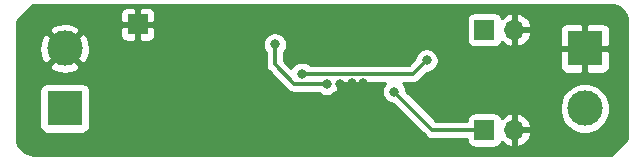
<source format=gbl>
G04 #@! TF.GenerationSoftware,KiCad,Pcbnew,5.1.5-52549c5~84~ubuntu18.04.1*
G04 #@! TF.CreationDate,2020-03-07T05:05:02+05:30*
G04 #@! TF.ProjectId,tps92515_led_driver,74707339-3235-4313-955f-6c65645f6472,rev?*
G04 #@! TF.SameCoordinates,Original*
G04 #@! TF.FileFunction,Copper,L2,Bot*
G04 #@! TF.FilePolarity,Positive*
%FSLAX46Y46*%
G04 Gerber Fmt 4.6, Leading zero omitted, Abs format (unit mm)*
G04 Created by KiCad (PCBNEW 5.1.5-52549c5~84~ubuntu18.04.1) date 2020-03-07 05:05:02*
%MOMM*%
%LPD*%
G04 APERTURE LIST*
%ADD10R,1.700000X1.700000*%
%ADD11O,1.700000X1.700000*%
%ADD12R,1.600000X1.800000*%
%ADD13C,0.500000*%
%ADD14C,3.000000*%
%ADD15R,3.000000X3.000000*%
%ADD16C,0.800000*%
%ADD17C,0.300000*%
%ADD18C,0.254000*%
G04 APERTURE END LIST*
D10*
X118900000Y-80300000D03*
D11*
X150790000Y-80750000D03*
D10*
X148250000Y-80750000D03*
D11*
X150790000Y-89250000D03*
D10*
X148250000Y-89250000D03*
D12*
X137050000Y-87000000D03*
D13*
X137600000Y-87650000D03*
X136500000Y-87650000D03*
X137600000Y-86350000D03*
X136500000Y-86350000D03*
D14*
X112700000Y-82345000D03*
D15*
X112700000Y-87425000D03*
D14*
X156750000Y-87425000D03*
D15*
X156750000Y-82345000D03*
D16*
X136000000Y-89000000D03*
X137000000Y-89000000D03*
X138000000Y-89000000D03*
X136007082Y-85349977D03*
X138000000Y-85250010D03*
X137037174Y-85311522D03*
X130500000Y-82000000D03*
X134893933Y-85342473D03*
X143350000Y-83350000D03*
X132800000Y-84500000D03*
X140600000Y-86000000D03*
D17*
X137938488Y-85311522D02*
X138000000Y-85250010D01*
X136998719Y-85349977D02*
X137037174Y-85311522D01*
X134328248Y-85342473D02*
X134893933Y-85342473D01*
X132142473Y-85342473D02*
X134328248Y-85342473D01*
X130500000Y-82000000D02*
X130500000Y-83700000D01*
X130500000Y-83700000D02*
X132142473Y-85342473D01*
X142200000Y-84500000D02*
X143350000Y-83350000D01*
X132800000Y-84500000D02*
X142200000Y-84500000D01*
X143850000Y-89250000D02*
X148250000Y-89250000D01*
X140600000Y-86000000D02*
X143850000Y-89250000D01*
D18*
G36*
X159259659Y-78688625D02*
G01*
X159509429Y-78764035D01*
X159669587Y-78849193D01*
X160150009Y-79329615D01*
X160232378Y-79481954D01*
X160309531Y-79731195D01*
X160340000Y-80021089D01*
X160340001Y-89967711D01*
X160339221Y-89975665D01*
X160328131Y-89992263D01*
X158992263Y-91328131D01*
X158974500Y-91340000D01*
X110032279Y-91340000D01*
X109740340Y-91311375D01*
X109490571Y-91235965D01*
X109330413Y-91150807D01*
X108849992Y-90670386D01*
X108767622Y-90518046D01*
X108690469Y-90268805D01*
X108660000Y-89978911D01*
X108660000Y-85925000D01*
X110561928Y-85925000D01*
X110561928Y-88925000D01*
X110574188Y-89049482D01*
X110610498Y-89169180D01*
X110669463Y-89279494D01*
X110748815Y-89376185D01*
X110845506Y-89455537D01*
X110955820Y-89514502D01*
X111075518Y-89550812D01*
X111200000Y-89563072D01*
X114200000Y-89563072D01*
X114324482Y-89550812D01*
X114444180Y-89514502D01*
X114554494Y-89455537D01*
X114651185Y-89376185D01*
X114730537Y-89279494D01*
X114789502Y-89169180D01*
X114825812Y-89049482D01*
X114838072Y-88925000D01*
X114838072Y-88246164D01*
X136077784Y-88246164D01*
X136081826Y-88434827D01*
X136242974Y-88501328D01*
X136413998Y-88535113D01*
X136588328Y-88534884D01*
X136759264Y-88500649D01*
X136918174Y-88434827D01*
X136922216Y-88246164D01*
X137177784Y-88246164D01*
X137181826Y-88434827D01*
X137342974Y-88501328D01*
X137513998Y-88535113D01*
X137688328Y-88534884D01*
X137859264Y-88500649D01*
X138018174Y-88434827D01*
X138022216Y-88246164D01*
X137600000Y-87823948D01*
X137177784Y-88246164D01*
X136922216Y-88246164D01*
X136500000Y-87823948D01*
X136077784Y-88246164D01*
X114838072Y-88246164D01*
X114838072Y-87563998D01*
X135614887Y-87563998D01*
X135615116Y-87738328D01*
X135649351Y-87909264D01*
X135715173Y-88068174D01*
X135903836Y-88072216D01*
X136326052Y-87650000D01*
X136673948Y-87650000D01*
X136715054Y-87691106D01*
X136715116Y-87738328D01*
X136749351Y-87909264D01*
X136815173Y-88068174D01*
X137003836Y-88072216D01*
X137050000Y-88026052D01*
X137096164Y-88072216D01*
X137284827Y-88068174D01*
X137351328Y-87907026D01*
X137385113Y-87736002D01*
X137385054Y-87690998D01*
X137426052Y-87650000D01*
X137773948Y-87650000D01*
X138196164Y-88072216D01*
X138384827Y-88068174D01*
X138451328Y-87907026D01*
X138485113Y-87736002D01*
X138484884Y-87561672D01*
X138450649Y-87390736D01*
X138384827Y-87231826D01*
X138196164Y-87227784D01*
X137773948Y-87650000D01*
X137426052Y-87650000D01*
X137384946Y-87608894D01*
X137384884Y-87561672D01*
X137350649Y-87390736D01*
X137284827Y-87231826D01*
X137096164Y-87227784D01*
X137050000Y-87273948D01*
X137003836Y-87227784D01*
X136815173Y-87231826D01*
X136748672Y-87392974D01*
X136714887Y-87563998D01*
X136714946Y-87609002D01*
X136673948Y-87650000D01*
X136326052Y-87650000D01*
X135903836Y-87227784D01*
X135715173Y-87231826D01*
X135648672Y-87392974D01*
X135614887Y-87563998D01*
X114838072Y-87563998D01*
X114838072Y-86946164D01*
X136077784Y-86946164D01*
X136078937Y-87000000D01*
X136077784Y-87053836D01*
X136080141Y-87056193D01*
X136081826Y-87134827D01*
X136212841Y-87188893D01*
X136500000Y-87476052D01*
X136786815Y-87189237D01*
X136918174Y-87134827D01*
X136919859Y-87056193D01*
X136922216Y-87053836D01*
X136921063Y-87000000D01*
X136922216Y-86946164D01*
X137177784Y-86946164D01*
X137178937Y-87000000D01*
X137177784Y-87053836D01*
X137180141Y-87056193D01*
X137181826Y-87134827D01*
X137312841Y-87188893D01*
X137600000Y-87476052D01*
X137886815Y-87189237D01*
X138018174Y-87134827D01*
X138019859Y-87056193D01*
X138022216Y-87053836D01*
X138021063Y-87000000D01*
X138022216Y-86946164D01*
X138019859Y-86943807D01*
X138018174Y-86865173D01*
X137887159Y-86811107D01*
X137600000Y-86523948D01*
X137313185Y-86810763D01*
X137181826Y-86865173D01*
X137180141Y-86943807D01*
X137177784Y-86946164D01*
X136922216Y-86946164D01*
X136919859Y-86943807D01*
X136918174Y-86865173D01*
X136787159Y-86811107D01*
X136500000Y-86523948D01*
X136213185Y-86810763D01*
X136081826Y-86865173D01*
X136080141Y-86943807D01*
X136077784Y-86946164D01*
X114838072Y-86946164D01*
X114838072Y-85925000D01*
X114825812Y-85800518D01*
X114789502Y-85680820D01*
X114730537Y-85570506D01*
X114651185Y-85473815D01*
X114554494Y-85394463D01*
X114444180Y-85335498D01*
X114324482Y-85299188D01*
X114200000Y-85286928D01*
X111200000Y-85286928D01*
X111075518Y-85299188D01*
X110955820Y-85335498D01*
X110845506Y-85394463D01*
X110748815Y-85473815D01*
X110669463Y-85570506D01*
X110610498Y-85680820D01*
X110574188Y-85800518D01*
X110561928Y-85925000D01*
X108660000Y-85925000D01*
X108660000Y-83836653D01*
X111387952Y-83836653D01*
X111543962Y-84152214D01*
X111918745Y-84343020D01*
X112323551Y-84457044D01*
X112742824Y-84489902D01*
X113160451Y-84440334D01*
X113560383Y-84310243D01*
X113856038Y-84152214D01*
X114012048Y-83836653D01*
X112700000Y-82524605D01*
X111387952Y-83836653D01*
X108660000Y-83836653D01*
X108660000Y-82387824D01*
X110555098Y-82387824D01*
X110604666Y-82805451D01*
X110734757Y-83205383D01*
X110892786Y-83501038D01*
X111208347Y-83657048D01*
X112520395Y-82345000D01*
X112879605Y-82345000D01*
X114191653Y-83657048D01*
X114507214Y-83501038D01*
X114698020Y-83126255D01*
X114812044Y-82721449D01*
X114844902Y-82302176D01*
X114796938Y-81898061D01*
X129465000Y-81898061D01*
X129465000Y-82101939D01*
X129504774Y-82301898D01*
X129582795Y-82490256D01*
X129696063Y-82659774D01*
X129715000Y-82678711D01*
X129715001Y-83661438D01*
X129711203Y-83700000D01*
X129726359Y-83853886D01*
X129771246Y-84001859D01*
X129771247Y-84001860D01*
X129844139Y-84138233D01*
X129884690Y-84187644D01*
X129917655Y-84227812D01*
X129917659Y-84227816D01*
X129942237Y-84257764D01*
X129972185Y-84282342D01*
X131560126Y-85870283D01*
X131584709Y-85900237D01*
X131704240Y-85998335D01*
X131827124Y-86064017D01*
X131840613Y-86071227D01*
X131988586Y-86116115D01*
X132063499Y-86123493D01*
X132103912Y-86127473D01*
X132103917Y-86127473D01*
X132142473Y-86131270D01*
X132181029Y-86127473D01*
X134215222Y-86127473D01*
X134234159Y-86146410D01*
X134403677Y-86259678D01*
X134592035Y-86337699D01*
X134791994Y-86377473D01*
X134995872Y-86377473D01*
X135195831Y-86337699D01*
X135384189Y-86259678D01*
X135553707Y-86146410D01*
X135677851Y-86022266D01*
X135648672Y-86092974D01*
X135614887Y-86263998D01*
X135615116Y-86438328D01*
X135649351Y-86609264D01*
X135715173Y-86768174D01*
X135903836Y-86772216D01*
X136326052Y-86350000D01*
X136673948Y-86350000D01*
X136715054Y-86391106D01*
X136715116Y-86438328D01*
X136749351Y-86609264D01*
X136815173Y-86768174D01*
X137003836Y-86772216D01*
X137050000Y-86726052D01*
X137096164Y-86772216D01*
X137284827Y-86768174D01*
X137351328Y-86607026D01*
X137385113Y-86436002D01*
X137385054Y-86390998D01*
X137426052Y-86350000D01*
X137773948Y-86350000D01*
X138196164Y-86772216D01*
X138384827Y-86768174D01*
X138451328Y-86607026D01*
X138485113Y-86436002D01*
X138484884Y-86261672D01*
X138450649Y-86090736D01*
X138384827Y-85931826D01*
X138196164Y-85927784D01*
X137773948Y-86350000D01*
X137426052Y-86350000D01*
X137384946Y-86308894D01*
X137384884Y-86261672D01*
X137350649Y-86090736D01*
X137284827Y-85931826D01*
X137096164Y-85927784D01*
X137050000Y-85973948D01*
X137003836Y-85927784D01*
X136815173Y-85931826D01*
X136748672Y-86092974D01*
X136714887Y-86263998D01*
X136714946Y-86309002D01*
X136673948Y-86350000D01*
X136326052Y-86350000D01*
X135903836Y-85927784D01*
X135745356Y-85931179D01*
X135811138Y-85832729D01*
X135843816Y-85753836D01*
X136077784Y-85753836D01*
X136500000Y-86176052D01*
X136922216Y-85753836D01*
X137177784Y-85753836D01*
X137600000Y-86176052D01*
X138022216Y-85753836D01*
X138018174Y-85565173D01*
X137857026Y-85498672D01*
X137686002Y-85464887D01*
X137511672Y-85465116D01*
X137340736Y-85499351D01*
X137181826Y-85565173D01*
X137177784Y-85753836D01*
X136922216Y-85753836D01*
X136918174Y-85565173D01*
X136757026Y-85498672D01*
X136586002Y-85464887D01*
X136411672Y-85465116D01*
X136240736Y-85499351D01*
X136081826Y-85565173D01*
X136077784Y-85753836D01*
X135843816Y-85753836D01*
X135889159Y-85644371D01*
X135928933Y-85444412D01*
X135928933Y-85285000D01*
X139851289Y-85285000D01*
X139796063Y-85340226D01*
X139682795Y-85509744D01*
X139604774Y-85698102D01*
X139565000Y-85898061D01*
X139565000Y-86101939D01*
X139604774Y-86301898D01*
X139682795Y-86490256D01*
X139796063Y-86659774D01*
X139940226Y-86803937D01*
X140109744Y-86917205D01*
X140298102Y-86995226D01*
X140498061Y-87035000D01*
X140524843Y-87035000D01*
X143267658Y-89777816D01*
X143292236Y-89807764D01*
X143322184Y-89832342D01*
X143322187Y-89832345D01*
X143351559Y-89856450D01*
X143411767Y-89905862D01*
X143548140Y-89978754D01*
X143696113Y-90023641D01*
X143811439Y-90035000D01*
X143811446Y-90035000D01*
X143849999Y-90038797D01*
X143888552Y-90035000D01*
X146761928Y-90035000D01*
X146761928Y-90100000D01*
X146774188Y-90224482D01*
X146810498Y-90344180D01*
X146869463Y-90454494D01*
X146948815Y-90551185D01*
X147045506Y-90630537D01*
X147155820Y-90689502D01*
X147275518Y-90725812D01*
X147400000Y-90738072D01*
X149100000Y-90738072D01*
X149224482Y-90725812D01*
X149344180Y-90689502D01*
X149454494Y-90630537D01*
X149551185Y-90551185D01*
X149630537Y-90454494D01*
X149689502Y-90344180D01*
X149713966Y-90263534D01*
X149789731Y-90347588D01*
X150023080Y-90521641D01*
X150285901Y-90646825D01*
X150433110Y-90691476D01*
X150663000Y-90570155D01*
X150663000Y-89377000D01*
X150917000Y-89377000D01*
X150917000Y-90570155D01*
X151146890Y-90691476D01*
X151294099Y-90646825D01*
X151556920Y-90521641D01*
X151790269Y-90347588D01*
X151985178Y-90131355D01*
X152134157Y-89881252D01*
X152231481Y-89606891D01*
X152110814Y-89377000D01*
X150917000Y-89377000D01*
X150663000Y-89377000D01*
X150643000Y-89377000D01*
X150643000Y-89123000D01*
X150663000Y-89123000D01*
X150663000Y-87929845D01*
X150917000Y-87929845D01*
X150917000Y-89123000D01*
X152110814Y-89123000D01*
X152231481Y-88893109D01*
X152134157Y-88618748D01*
X151985178Y-88368645D01*
X151790269Y-88152412D01*
X151556920Y-87978359D01*
X151294099Y-87853175D01*
X151146890Y-87808524D01*
X150917000Y-87929845D01*
X150663000Y-87929845D01*
X150433110Y-87808524D01*
X150285901Y-87853175D01*
X150023080Y-87978359D01*
X149789731Y-88152412D01*
X149713966Y-88236466D01*
X149689502Y-88155820D01*
X149630537Y-88045506D01*
X149551185Y-87948815D01*
X149454494Y-87869463D01*
X149344180Y-87810498D01*
X149224482Y-87774188D01*
X149100000Y-87761928D01*
X147400000Y-87761928D01*
X147275518Y-87774188D01*
X147155820Y-87810498D01*
X147045506Y-87869463D01*
X146948815Y-87948815D01*
X146869463Y-88045506D01*
X146810498Y-88155820D01*
X146774188Y-88275518D01*
X146761928Y-88400000D01*
X146761928Y-88465000D01*
X144175158Y-88465000D01*
X142924879Y-87214721D01*
X154615000Y-87214721D01*
X154615000Y-87635279D01*
X154697047Y-88047756D01*
X154857988Y-88436302D01*
X155091637Y-88785983D01*
X155389017Y-89083363D01*
X155738698Y-89317012D01*
X156127244Y-89477953D01*
X156539721Y-89560000D01*
X156960279Y-89560000D01*
X157372756Y-89477953D01*
X157761302Y-89317012D01*
X158110983Y-89083363D01*
X158408363Y-88785983D01*
X158642012Y-88436302D01*
X158802953Y-88047756D01*
X158885000Y-87635279D01*
X158885000Y-87214721D01*
X158802953Y-86802244D01*
X158642012Y-86413698D01*
X158408363Y-86064017D01*
X158110983Y-85766637D01*
X157761302Y-85532988D01*
X157372756Y-85372047D01*
X156960279Y-85290000D01*
X156539721Y-85290000D01*
X156127244Y-85372047D01*
X155738698Y-85532988D01*
X155389017Y-85766637D01*
X155091637Y-86064017D01*
X154857988Y-86413698D01*
X154697047Y-86802244D01*
X154615000Y-87214721D01*
X142924879Y-87214721D01*
X141635000Y-85924843D01*
X141635000Y-85898061D01*
X141595226Y-85698102D01*
X141517205Y-85509744D01*
X141403937Y-85340226D01*
X141348711Y-85285000D01*
X142161447Y-85285000D01*
X142200000Y-85288797D01*
X142238553Y-85285000D01*
X142238561Y-85285000D01*
X142353887Y-85273641D01*
X142501860Y-85228754D01*
X142638233Y-85155862D01*
X142757764Y-85057764D01*
X142782347Y-85027810D01*
X143425157Y-84385000D01*
X143451939Y-84385000D01*
X143651898Y-84345226D01*
X143840256Y-84267205D01*
X144009774Y-84153937D01*
X144153937Y-84009774D01*
X144264035Y-83845000D01*
X154611928Y-83845000D01*
X154624188Y-83969482D01*
X154660498Y-84089180D01*
X154719463Y-84199494D01*
X154798815Y-84296185D01*
X154895506Y-84375537D01*
X155005820Y-84434502D01*
X155125518Y-84470812D01*
X155250000Y-84483072D01*
X156464250Y-84480000D01*
X156623000Y-84321250D01*
X156623000Y-82472000D01*
X156877000Y-82472000D01*
X156877000Y-84321250D01*
X157035750Y-84480000D01*
X158250000Y-84483072D01*
X158374482Y-84470812D01*
X158494180Y-84434502D01*
X158604494Y-84375537D01*
X158701185Y-84296185D01*
X158780537Y-84199494D01*
X158839502Y-84089180D01*
X158875812Y-83969482D01*
X158888072Y-83845000D01*
X158885000Y-82630750D01*
X158726250Y-82472000D01*
X156877000Y-82472000D01*
X156623000Y-82472000D01*
X154773750Y-82472000D01*
X154615000Y-82630750D01*
X154611928Y-83845000D01*
X144264035Y-83845000D01*
X144267205Y-83840256D01*
X144345226Y-83651898D01*
X144385000Y-83451939D01*
X144385000Y-83248061D01*
X144345226Y-83048102D01*
X144267205Y-82859744D01*
X144153937Y-82690226D01*
X144009774Y-82546063D01*
X143840256Y-82432795D01*
X143651898Y-82354774D01*
X143451939Y-82315000D01*
X143248061Y-82315000D01*
X143048102Y-82354774D01*
X142859744Y-82432795D01*
X142690226Y-82546063D01*
X142546063Y-82690226D01*
X142432795Y-82859744D01*
X142354774Y-83048102D01*
X142315000Y-83248061D01*
X142315000Y-83274843D01*
X141874843Y-83715000D01*
X133478711Y-83715000D01*
X133459774Y-83696063D01*
X133290256Y-83582795D01*
X133101898Y-83504774D01*
X132901939Y-83465000D01*
X132698061Y-83465000D01*
X132498102Y-83504774D01*
X132309744Y-83582795D01*
X132140226Y-83696063D01*
X131996063Y-83840226D01*
X131897658Y-83987501D01*
X131285000Y-83374843D01*
X131285000Y-82678711D01*
X131303937Y-82659774D01*
X131417205Y-82490256D01*
X131495226Y-82301898D01*
X131535000Y-82101939D01*
X131535000Y-81898061D01*
X131495226Y-81698102D01*
X131417205Y-81509744D01*
X131303937Y-81340226D01*
X131159774Y-81196063D01*
X130990256Y-81082795D01*
X130801898Y-81004774D01*
X130601939Y-80965000D01*
X130398061Y-80965000D01*
X130198102Y-81004774D01*
X130009744Y-81082795D01*
X129840226Y-81196063D01*
X129696063Y-81340226D01*
X129582795Y-81509744D01*
X129504774Y-81698102D01*
X129465000Y-81898061D01*
X114796938Y-81898061D01*
X114795334Y-81884549D01*
X114665243Y-81484617D01*
X114507214Y-81188962D01*
X114428406Y-81150000D01*
X117411928Y-81150000D01*
X117424188Y-81274482D01*
X117460498Y-81394180D01*
X117519463Y-81504494D01*
X117598815Y-81601185D01*
X117695506Y-81680537D01*
X117805820Y-81739502D01*
X117925518Y-81775812D01*
X118050000Y-81788072D01*
X118614250Y-81785000D01*
X118773000Y-81626250D01*
X118773000Y-80427000D01*
X119027000Y-80427000D01*
X119027000Y-81626250D01*
X119185750Y-81785000D01*
X119750000Y-81788072D01*
X119874482Y-81775812D01*
X119994180Y-81739502D01*
X120104494Y-81680537D01*
X120201185Y-81601185D01*
X120280537Y-81504494D01*
X120339502Y-81394180D01*
X120375812Y-81274482D01*
X120388072Y-81150000D01*
X120385000Y-80585750D01*
X120226250Y-80427000D01*
X119027000Y-80427000D01*
X118773000Y-80427000D01*
X117573750Y-80427000D01*
X117415000Y-80585750D01*
X117411928Y-81150000D01*
X114428406Y-81150000D01*
X114191653Y-81032952D01*
X112879605Y-82345000D01*
X112520395Y-82345000D01*
X111208347Y-81032952D01*
X110892786Y-81188962D01*
X110701980Y-81563745D01*
X110587956Y-81968551D01*
X110555098Y-82387824D01*
X108660000Y-82387824D01*
X108660000Y-80853347D01*
X111387952Y-80853347D01*
X112700000Y-82165395D01*
X114012048Y-80853347D01*
X113856038Y-80537786D01*
X113481255Y-80346980D01*
X113076449Y-80232956D01*
X112657176Y-80200098D01*
X112239549Y-80249666D01*
X111839617Y-80379757D01*
X111543962Y-80537786D01*
X111387952Y-80853347D01*
X108660000Y-80853347D01*
X108660000Y-80032279D01*
X108660779Y-80024334D01*
X108671869Y-80007737D01*
X109229606Y-79450000D01*
X117411928Y-79450000D01*
X117415000Y-80014250D01*
X117573750Y-80173000D01*
X118773000Y-80173000D01*
X118773000Y-78973750D01*
X119027000Y-78973750D01*
X119027000Y-80173000D01*
X120226250Y-80173000D01*
X120385000Y-80014250D01*
X120385622Y-79900000D01*
X146761928Y-79900000D01*
X146761928Y-81600000D01*
X146774188Y-81724482D01*
X146810498Y-81844180D01*
X146869463Y-81954494D01*
X146948815Y-82051185D01*
X147045506Y-82130537D01*
X147155820Y-82189502D01*
X147275518Y-82225812D01*
X147400000Y-82238072D01*
X149100000Y-82238072D01*
X149224482Y-82225812D01*
X149344180Y-82189502D01*
X149454494Y-82130537D01*
X149551185Y-82051185D01*
X149630537Y-81954494D01*
X149689502Y-81844180D01*
X149713966Y-81763534D01*
X149789731Y-81847588D01*
X150023080Y-82021641D01*
X150285901Y-82146825D01*
X150433110Y-82191476D01*
X150663000Y-82070155D01*
X150663000Y-80877000D01*
X150917000Y-80877000D01*
X150917000Y-82070155D01*
X151146890Y-82191476D01*
X151294099Y-82146825D01*
X151556920Y-82021641D01*
X151790269Y-81847588D01*
X151985178Y-81631355D01*
X152134157Y-81381252D01*
X152231481Y-81106891D01*
X152110814Y-80877000D01*
X150917000Y-80877000D01*
X150663000Y-80877000D01*
X150643000Y-80877000D01*
X150643000Y-80845000D01*
X154611928Y-80845000D01*
X154615000Y-82059250D01*
X154773750Y-82218000D01*
X156623000Y-82218000D01*
X156623000Y-80368750D01*
X156877000Y-80368750D01*
X156877000Y-82218000D01*
X158726250Y-82218000D01*
X158885000Y-82059250D01*
X158888072Y-80845000D01*
X158875812Y-80720518D01*
X158839502Y-80600820D01*
X158780537Y-80490506D01*
X158701185Y-80393815D01*
X158604494Y-80314463D01*
X158494180Y-80255498D01*
X158374482Y-80219188D01*
X158250000Y-80206928D01*
X157035750Y-80210000D01*
X156877000Y-80368750D01*
X156623000Y-80368750D01*
X156464250Y-80210000D01*
X155250000Y-80206928D01*
X155125518Y-80219188D01*
X155005820Y-80255498D01*
X154895506Y-80314463D01*
X154798815Y-80393815D01*
X154719463Y-80490506D01*
X154660498Y-80600820D01*
X154624188Y-80720518D01*
X154611928Y-80845000D01*
X150643000Y-80845000D01*
X150643000Y-80623000D01*
X150663000Y-80623000D01*
X150663000Y-79429845D01*
X150917000Y-79429845D01*
X150917000Y-80623000D01*
X152110814Y-80623000D01*
X152231481Y-80393109D01*
X152134157Y-80118748D01*
X151985178Y-79868645D01*
X151790269Y-79652412D01*
X151556920Y-79478359D01*
X151294099Y-79353175D01*
X151146890Y-79308524D01*
X150917000Y-79429845D01*
X150663000Y-79429845D01*
X150433110Y-79308524D01*
X150285901Y-79353175D01*
X150023080Y-79478359D01*
X149789731Y-79652412D01*
X149713966Y-79736466D01*
X149689502Y-79655820D01*
X149630537Y-79545506D01*
X149551185Y-79448815D01*
X149454494Y-79369463D01*
X149344180Y-79310498D01*
X149224482Y-79274188D01*
X149100000Y-79261928D01*
X147400000Y-79261928D01*
X147275518Y-79274188D01*
X147155820Y-79310498D01*
X147045506Y-79369463D01*
X146948815Y-79448815D01*
X146869463Y-79545506D01*
X146810498Y-79655820D01*
X146774188Y-79775518D01*
X146761928Y-79900000D01*
X120385622Y-79900000D01*
X120388072Y-79450000D01*
X120375812Y-79325518D01*
X120339502Y-79205820D01*
X120280537Y-79095506D01*
X120201185Y-78998815D01*
X120104494Y-78919463D01*
X119994180Y-78860498D01*
X119874482Y-78824188D01*
X119750000Y-78811928D01*
X119185750Y-78815000D01*
X119027000Y-78973750D01*
X118773000Y-78973750D01*
X118614250Y-78815000D01*
X118050000Y-78811928D01*
X117925518Y-78824188D01*
X117805820Y-78860498D01*
X117695506Y-78919463D01*
X117598815Y-78998815D01*
X117519463Y-79095506D01*
X117460498Y-79205820D01*
X117424188Y-79325518D01*
X117411928Y-79450000D01*
X109229606Y-79450000D01*
X110007737Y-78671869D01*
X110025500Y-78660000D01*
X158967721Y-78660000D01*
X159259659Y-78688625D01*
G37*
X159259659Y-78688625D02*
X159509429Y-78764035D01*
X159669587Y-78849193D01*
X160150009Y-79329615D01*
X160232378Y-79481954D01*
X160309531Y-79731195D01*
X160340000Y-80021089D01*
X160340001Y-89967711D01*
X160339221Y-89975665D01*
X160328131Y-89992263D01*
X158992263Y-91328131D01*
X158974500Y-91340000D01*
X110032279Y-91340000D01*
X109740340Y-91311375D01*
X109490571Y-91235965D01*
X109330413Y-91150807D01*
X108849992Y-90670386D01*
X108767622Y-90518046D01*
X108690469Y-90268805D01*
X108660000Y-89978911D01*
X108660000Y-85925000D01*
X110561928Y-85925000D01*
X110561928Y-88925000D01*
X110574188Y-89049482D01*
X110610498Y-89169180D01*
X110669463Y-89279494D01*
X110748815Y-89376185D01*
X110845506Y-89455537D01*
X110955820Y-89514502D01*
X111075518Y-89550812D01*
X111200000Y-89563072D01*
X114200000Y-89563072D01*
X114324482Y-89550812D01*
X114444180Y-89514502D01*
X114554494Y-89455537D01*
X114651185Y-89376185D01*
X114730537Y-89279494D01*
X114789502Y-89169180D01*
X114825812Y-89049482D01*
X114838072Y-88925000D01*
X114838072Y-88246164D01*
X136077784Y-88246164D01*
X136081826Y-88434827D01*
X136242974Y-88501328D01*
X136413998Y-88535113D01*
X136588328Y-88534884D01*
X136759264Y-88500649D01*
X136918174Y-88434827D01*
X136922216Y-88246164D01*
X137177784Y-88246164D01*
X137181826Y-88434827D01*
X137342974Y-88501328D01*
X137513998Y-88535113D01*
X137688328Y-88534884D01*
X137859264Y-88500649D01*
X138018174Y-88434827D01*
X138022216Y-88246164D01*
X137600000Y-87823948D01*
X137177784Y-88246164D01*
X136922216Y-88246164D01*
X136500000Y-87823948D01*
X136077784Y-88246164D01*
X114838072Y-88246164D01*
X114838072Y-87563998D01*
X135614887Y-87563998D01*
X135615116Y-87738328D01*
X135649351Y-87909264D01*
X135715173Y-88068174D01*
X135903836Y-88072216D01*
X136326052Y-87650000D01*
X136673948Y-87650000D01*
X136715054Y-87691106D01*
X136715116Y-87738328D01*
X136749351Y-87909264D01*
X136815173Y-88068174D01*
X137003836Y-88072216D01*
X137050000Y-88026052D01*
X137096164Y-88072216D01*
X137284827Y-88068174D01*
X137351328Y-87907026D01*
X137385113Y-87736002D01*
X137385054Y-87690998D01*
X137426052Y-87650000D01*
X137773948Y-87650000D01*
X138196164Y-88072216D01*
X138384827Y-88068174D01*
X138451328Y-87907026D01*
X138485113Y-87736002D01*
X138484884Y-87561672D01*
X138450649Y-87390736D01*
X138384827Y-87231826D01*
X138196164Y-87227784D01*
X137773948Y-87650000D01*
X137426052Y-87650000D01*
X137384946Y-87608894D01*
X137384884Y-87561672D01*
X137350649Y-87390736D01*
X137284827Y-87231826D01*
X137096164Y-87227784D01*
X137050000Y-87273948D01*
X137003836Y-87227784D01*
X136815173Y-87231826D01*
X136748672Y-87392974D01*
X136714887Y-87563998D01*
X136714946Y-87609002D01*
X136673948Y-87650000D01*
X136326052Y-87650000D01*
X135903836Y-87227784D01*
X135715173Y-87231826D01*
X135648672Y-87392974D01*
X135614887Y-87563998D01*
X114838072Y-87563998D01*
X114838072Y-86946164D01*
X136077784Y-86946164D01*
X136078937Y-87000000D01*
X136077784Y-87053836D01*
X136080141Y-87056193D01*
X136081826Y-87134827D01*
X136212841Y-87188893D01*
X136500000Y-87476052D01*
X136786815Y-87189237D01*
X136918174Y-87134827D01*
X136919859Y-87056193D01*
X136922216Y-87053836D01*
X136921063Y-87000000D01*
X136922216Y-86946164D01*
X137177784Y-86946164D01*
X137178937Y-87000000D01*
X137177784Y-87053836D01*
X137180141Y-87056193D01*
X137181826Y-87134827D01*
X137312841Y-87188893D01*
X137600000Y-87476052D01*
X137886815Y-87189237D01*
X138018174Y-87134827D01*
X138019859Y-87056193D01*
X138022216Y-87053836D01*
X138021063Y-87000000D01*
X138022216Y-86946164D01*
X138019859Y-86943807D01*
X138018174Y-86865173D01*
X137887159Y-86811107D01*
X137600000Y-86523948D01*
X137313185Y-86810763D01*
X137181826Y-86865173D01*
X137180141Y-86943807D01*
X137177784Y-86946164D01*
X136922216Y-86946164D01*
X136919859Y-86943807D01*
X136918174Y-86865173D01*
X136787159Y-86811107D01*
X136500000Y-86523948D01*
X136213185Y-86810763D01*
X136081826Y-86865173D01*
X136080141Y-86943807D01*
X136077784Y-86946164D01*
X114838072Y-86946164D01*
X114838072Y-85925000D01*
X114825812Y-85800518D01*
X114789502Y-85680820D01*
X114730537Y-85570506D01*
X114651185Y-85473815D01*
X114554494Y-85394463D01*
X114444180Y-85335498D01*
X114324482Y-85299188D01*
X114200000Y-85286928D01*
X111200000Y-85286928D01*
X111075518Y-85299188D01*
X110955820Y-85335498D01*
X110845506Y-85394463D01*
X110748815Y-85473815D01*
X110669463Y-85570506D01*
X110610498Y-85680820D01*
X110574188Y-85800518D01*
X110561928Y-85925000D01*
X108660000Y-85925000D01*
X108660000Y-83836653D01*
X111387952Y-83836653D01*
X111543962Y-84152214D01*
X111918745Y-84343020D01*
X112323551Y-84457044D01*
X112742824Y-84489902D01*
X113160451Y-84440334D01*
X113560383Y-84310243D01*
X113856038Y-84152214D01*
X114012048Y-83836653D01*
X112700000Y-82524605D01*
X111387952Y-83836653D01*
X108660000Y-83836653D01*
X108660000Y-82387824D01*
X110555098Y-82387824D01*
X110604666Y-82805451D01*
X110734757Y-83205383D01*
X110892786Y-83501038D01*
X111208347Y-83657048D01*
X112520395Y-82345000D01*
X112879605Y-82345000D01*
X114191653Y-83657048D01*
X114507214Y-83501038D01*
X114698020Y-83126255D01*
X114812044Y-82721449D01*
X114844902Y-82302176D01*
X114796938Y-81898061D01*
X129465000Y-81898061D01*
X129465000Y-82101939D01*
X129504774Y-82301898D01*
X129582795Y-82490256D01*
X129696063Y-82659774D01*
X129715000Y-82678711D01*
X129715001Y-83661438D01*
X129711203Y-83700000D01*
X129726359Y-83853886D01*
X129771246Y-84001859D01*
X129771247Y-84001860D01*
X129844139Y-84138233D01*
X129884690Y-84187644D01*
X129917655Y-84227812D01*
X129917659Y-84227816D01*
X129942237Y-84257764D01*
X129972185Y-84282342D01*
X131560126Y-85870283D01*
X131584709Y-85900237D01*
X131704240Y-85998335D01*
X131827124Y-86064017D01*
X131840613Y-86071227D01*
X131988586Y-86116115D01*
X132063499Y-86123493D01*
X132103912Y-86127473D01*
X132103917Y-86127473D01*
X132142473Y-86131270D01*
X132181029Y-86127473D01*
X134215222Y-86127473D01*
X134234159Y-86146410D01*
X134403677Y-86259678D01*
X134592035Y-86337699D01*
X134791994Y-86377473D01*
X134995872Y-86377473D01*
X135195831Y-86337699D01*
X135384189Y-86259678D01*
X135553707Y-86146410D01*
X135677851Y-86022266D01*
X135648672Y-86092974D01*
X135614887Y-86263998D01*
X135615116Y-86438328D01*
X135649351Y-86609264D01*
X135715173Y-86768174D01*
X135903836Y-86772216D01*
X136326052Y-86350000D01*
X136673948Y-86350000D01*
X136715054Y-86391106D01*
X136715116Y-86438328D01*
X136749351Y-86609264D01*
X136815173Y-86768174D01*
X137003836Y-86772216D01*
X137050000Y-86726052D01*
X137096164Y-86772216D01*
X137284827Y-86768174D01*
X137351328Y-86607026D01*
X137385113Y-86436002D01*
X137385054Y-86390998D01*
X137426052Y-86350000D01*
X137773948Y-86350000D01*
X138196164Y-86772216D01*
X138384827Y-86768174D01*
X138451328Y-86607026D01*
X138485113Y-86436002D01*
X138484884Y-86261672D01*
X138450649Y-86090736D01*
X138384827Y-85931826D01*
X138196164Y-85927784D01*
X137773948Y-86350000D01*
X137426052Y-86350000D01*
X137384946Y-86308894D01*
X137384884Y-86261672D01*
X137350649Y-86090736D01*
X137284827Y-85931826D01*
X137096164Y-85927784D01*
X137050000Y-85973948D01*
X137003836Y-85927784D01*
X136815173Y-85931826D01*
X136748672Y-86092974D01*
X136714887Y-86263998D01*
X136714946Y-86309002D01*
X136673948Y-86350000D01*
X136326052Y-86350000D01*
X135903836Y-85927784D01*
X135745356Y-85931179D01*
X135811138Y-85832729D01*
X135843816Y-85753836D01*
X136077784Y-85753836D01*
X136500000Y-86176052D01*
X136922216Y-85753836D01*
X137177784Y-85753836D01*
X137600000Y-86176052D01*
X138022216Y-85753836D01*
X138018174Y-85565173D01*
X137857026Y-85498672D01*
X137686002Y-85464887D01*
X137511672Y-85465116D01*
X137340736Y-85499351D01*
X137181826Y-85565173D01*
X137177784Y-85753836D01*
X136922216Y-85753836D01*
X136918174Y-85565173D01*
X136757026Y-85498672D01*
X136586002Y-85464887D01*
X136411672Y-85465116D01*
X136240736Y-85499351D01*
X136081826Y-85565173D01*
X136077784Y-85753836D01*
X135843816Y-85753836D01*
X135889159Y-85644371D01*
X135928933Y-85444412D01*
X135928933Y-85285000D01*
X139851289Y-85285000D01*
X139796063Y-85340226D01*
X139682795Y-85509744D01*
X139604774Y-85698102D01*
X139565000Y-85898061D01*
X139565000Y-86101939D01*
X139604774Y-86301898D01*
X139682795Y-86490256D01*
X139796063Y-86659774D01*
X139940226Y-86803937D01*
X140109744Y-86917205D01*
X140298102Y-86995226D01*
X140498061Y-87035000D01*
X140524843Y-87035000D01*
X143267658Y-89777816D01*
X143292236Y-89807764D01*
X143322184Y-89832342D01*
X143322187Y-89832345D01*
X143351559Y-89856450D01*
X143411767Y-89905862D01*
X143548140Y-89978754D01*
X143696113Y-90023641D01*
X143811439Y-90035000D01*
X143811446Y-90035000D01*
X143849999Y-90038797D01*
X143888552Y-90035000D01*
X146761928Y-90035000D01*
X146761928Y-90100000D01*
X146774188Y-90224482D01*
X146810498Y-90344180D01*
X146869463Y-90454494D01*
X146948815Y-90551185D01*
X147045506Y-90630537D01*
X147155820Y-90689502D01*
X147275518Y-90725812D01*
X147400000Y-90738072D01*
X149100000Y-90738072D01*
X149224482Y-90725812D01*
X149344180Y-90689502D01*
X149454494Y-90630537D01*
X149551185Y-90551185D01*
X149630537Y-90454494D01*
X149689502Y-90344180D01*
X149713966Y-90263534D01*
X149789731Y-90347588D01*
X150023080Y-90521641D01*
X150285901Y-90646825D01*
X150433110Y-90691476D01*
X150663000Y-90570155D01*
X150663000Y-89377000D01*
X150917000Y-89377000D01*
X150917000Y-90570155D01*
X151146890Y-90691476D01*
X151294099Y-90646825D01*
X151556920Y-90521641D01*
X151790269Y-90347588D01*
X151985178Y-90131355D01*
X152134157Y-89881252D01*
X152231481Y-89606891D01*
X152110814Y-89377000D01*
X150917000Y-89377000D01*
X150663000Y-89377000D01*
X150643000Y-89377000D01*
X150643000Y-89123000D01*
X150663000Y-89123000D01*
X150663000Y-87929845D01*
X150917000Y-87929845D01*
X150917000Y-89123000D01*
X152110814Y-89123000D01*
X152231481Y-88893109D01*
X152134157Y-88618748D01*
X151985178Y-88368645D01*
X151790269Y-88152412D01*
X151556920Y-87978359D01*
X151294099Y-87853175D01*
X151146890Y-87808524D01*
X150917000Y-87929845D01*
X150663000Y-87929845D01*
X150433110Y-87808524D01*
X150285901Y-87853175D01*
X150023080Y-87978359D01*
X149789731Y-88152412D01*
X149713966Y-88236466D01*
X149689502Y-88155820D01*
X149630537Y-88045506D01*
X149551185Y-87948815D01*
X149454494Y-87869463D01*
X149344180Y-87810498D01*
X149224482Y-87774188D01*
X149100000Y-87761928D01*
X147400000Y-87761928D01*
X147275518Y-87774188D01*
X147155820Y-87810498D01*
X147045506Y-87869463D01*
X146948815Y-87948815D01*
X146869463Y-88045506D01*
X146810498Y-88155820D01*
X146774188Y-88275518D01*
X146761928Y-88400000D01*
X146761928Y-88465000D01*
X144175158Y-88465000D01*
X142924879Y-87214721D01*
X154615000Y-87214721D01*
X154615000Y-87635279D01*
X154697047Y-88047756D01*
X154857988Y-88436302D01*
X155091637Y-88785983D01*
X155389017Y-89083363D01*
X155738698Y-89317012D01*
X156127244Y-89477953D01*
X156539721Y-89560000D01*
X156960279Y-89560000D01*
X157372756Y-89477953D01*
X157761302Y-89317012D01*
X158110983Y-89083363D01*
X158408363Y-88785983D01*
X158642012Y-88436302D01*
X158802953Y-88047756D01*
X158885000Y-87635279D01*
X158885000Y-87214721D01*
X158802953Y-86802244D01*
X158642012Y-86413698D01*
X158408363Y-86064017D01*
X158110983Y-85766637D01*
X157761302Y-85532988D01*
X157372756Y-85372047D01*
X156960279Y-85290000D01*
X156539721Y-85290000D01*
X156127244Y-85372047D01*
X155738698Y-85532988D01*
X155389017Y-85766637D01*
X155091637Y-86064017D01*
X154857988Y-86413698D01*
X154697047Y-86802244D01*
X154615000Y-87214721D01*
X142924879Y-87214721D01*
X141635000Y-85924843D01*
X141635000Y-85898061D01*
X141595226Y-85698102D01*
X141517205Y-85509744D01*
X141403937Y-85340226D01*
X141348711Y-85285000D01*
X142161447Y-85285000D01*
X142200000Y-85288797D01*
X142238553Y-85285000D01*
X142238561Y-85285000D01*
X142353887Y-85273641D01*
X142501860Y-85228754D01*
X142638233Y-85155862D01*
X142757764Y-85057764D01*
X142782347Y-85027810D01*
X143425157Y-84385000D01*
X143451939Y-84385000D01*
X143651898Y-84345226D01*
X143840256Y-84267205D01*
X144009774Y-84153937D01*
X144153937Y-84009774D01*
X144264035Y-83845000D01*
X154611928Y-83845000D01*
X154624188Y-83969482D01*
X154660498Y-84089180D01*
X154719463Y-84199494D01*
X154798815Y-84296185D01*
X154895506Y-84375537D01*
X155005820Y-84434502D01*
X155125518Y-84470812D01*
X155250000Y-84483072D01*
X156464250Y-84480000D01*
X156623000Y-84321250D01*
X156623000Y-82472000D01*
X156877000Y-82472000D01*
X156877000Y-84321250D01*
X157035750Y-84480000D01*
X158250000Y-84483072D01*
X158374482Y-84470812D01*
X158494180Y-84434502D01*
X158604494Y-84375537D01*
X158701185Y-84296185D01*
X158780537Y-84199494D01*
X158839502Y-84089180D01*
X158875812Y-83969482D01*
X158888072Y-83845000D01*
X158885000Y-82630750D01*
X158726250Y-82472000D01*
X156877000Y-82472000D01*
X156623000Y-82472000D01*
X154773750Y-82472000D01*
X154615000Y-82630750D01*
X154611928Y-83845000D01*
X144264035Y-83845000D01*
X144267205Y-83840256D01*
X144345226Y-83651898D01*
X144385000Y-83451939D01*
X144385000Y-83248061D01*
X144345226Y-83048102D01*
X144267205Y-82859744D01*
X144153937Y-82690226D01*
X144009774Y-82546063D01*
X143840256Y-82432795D01*
X143651898Y-82354774D01*
X143451939Y-82315000D01*
X143248061Y-82315000D01*
X143048102Y-82354774D01*
X142859744Y-82432795D01*
X142690226Y-82546063D01*
X142546063Y-82690226D01*
X142432795Y-82859744D01*
X142354774Y-83048102D01*
X142315000Y-83248061D01*
X142315000Y-83274843D01*
X141874843Y-83715000D01*
X133478711Y-83715000D01*
X133459774Y-83696063D01*
X133290256Y-83582795D01*
X133101898Y-83504774D01*
X132901939Y-83465000D01*
X132698061Y-83465000D01*
X132498102Y-83504774D01*
X132309744Y-83582795D01*
X132140226Y-83696063D01*
X131996063Y-83840226D01*
X131897658Y-83987501D01*
X131285000Y-83374843D01*
X131285000Y-82678711D01*
X131303937Y-82659774D01*
X131417205Y-82490256D01*
X131495226Y-82301898D01*
X131535000Y-82101939D01*
X131535000Y-81898061D01*
X131495226Y-81698102D01*
X131417205Y-81509744D01*
X131303937Y-81340226D01*
X131159774Y-81196063D01*
X130990256Y-81082795D01*
X130801898Y-81004774D01*
X130601939Y-80965000D01*
X130398061Y-80965000D01*
X130198102Y-81004774D01*
X130009744Y-81082795D01*
X129840226Y-81196063D01*
X129696063Y-81340226D01*
X129582795Y-81509744D01*
X129504774Y-81698102D01*
X129465000Y-81898061D01*
X114796938Y-81898061D01*
X114795334Y-81884549D01*
X114665243Y-81484617D01*
X114507214Y-81188962D01*
X114428406Y-81150000D01*
X117411928Y-81150000D01*
X117424188Y-81274482D01*
X117460498Y-81394180D01*
X117519463Y-81504494D01*
X117598815Y-81601185D01*
X117695506Y-81680537D01*
X117805820Y-81739502D01*
X117925518Y-81775812D01*
X118050000Y-81788072D01*
X118614250Y-81785000D01*
X118773000Y-81626250D01*
X118773000Y-80427000D01*
X119027000Y-80427000D01*
X119027000Y-81626250D01*
X119185750Y-81785000D01*
X119750000Y-81788072D01*
X119874482Y-81775812D01*
X119994180Y-81739502D01*
X120104494Y-81680537D01*
X120201185Y-81601185D01*
X120280537Y-81504494D01*
X120339502Y-81394180D01*
X120375812Y-81274482D01*
X120388072Y-81150000D01*
X120385000Y-80585750D01*
X120226250Y-80427000D01*
X119027000Y-80427000D01*
X118773000Y-80427000D01*
X117573750Y-80427000D01*
X117415000Y-80585750D01*
X117411928Y-81150000D01*
X114428406Y-81150000D01*
X114191653Y-81032952D01*
X112879605Y-82345000D01*
X112520395Y-82345000D01*
X111208347Y-81032952D01*
X110892786Y-81188962D01*
X110701980Y-81563745D01*
X110587956Y-81968551D01*
X110555098Y-82387824D01*
X108660000Y-82387824D01*
X108660000Y-80853347D01*
X111387952Y-80853347D01*
X112700000Y-82165395D01*
X114012048Y-80853347D01*
X113856038Y-80537786D01*
X113481255Y-80346980D01*
X113076449Y-80232956D01*
X112657176Y-80200098D01*
X112239549Y-80249666D01*
X111839617Y-80379757D01*
X111543962Y-80537786D01*
X111387952Y-80853347D01*
X108660000Y-80853347D01*
X108660000Y-80032279D01*
X108660779Y-80024334D01*
X108671869Y-80007737D01*
X109229606Y-79450000D01*
X117411928Y-79450000D01*
X117415000Y-80014250D01*
X117573750Y-80173000D01*
X118773000Y-80173000D01*
X118773000Y-78973750D01*
X119027000Y-78973750D01*
X119027000Y-80173000D01*
X120226250Y-80173000D01*
X120385000Y-80014250D01*
X120385622Y-79900000D01*
X146761928Y-79900000D01*
X146761928Y-81600000D01*
X146774188Y-81724482D01*
X146810498Y-81844180D01*
X146869463Y-81954494D01*
X146948815Y-82051185D01*
X147045506Y-82130537D01*
X147155820Y-82189502D01*
X147275518Y-82225812D01*
X147400000Y-82238072D01*
X149100000Y-82238072D01*
X149224482Y-82225812D01*
X149344180Y-82189502D01*
X149454494Y-82130537D01*
X149551185Y-82051185D01*
X149630537Y-81954494D01*
X149689502Y-81844180D01*
X149713966Y-81763534D01*
X149789731Y-81847588D01*
X150023080Y-82021641D01*
X150285901Y-82146825D01*
X150433110Y-82191476D01*
X150663000Y-82070155D01*
X150663000Y-80877000D01*
X150917000Y-80877000D01*
X150917000Y-82070155D01*
X151146890Y-82191476D01*
X151294099Y-82146825D01*
X151556920Y-82021641D01*
X151790269Y-81847588D01*
X151985178Y-81631355D01*
X152134157Y-81381252D01*
X152231481Y-81106891D01*
X152110814Y-80877000D01*
X150917000Y-80877000D01*
X150663000Y-80877000D01*
X150643000Y-80877000D01*
X150643000Y-80845000D01*
X154611928Y-80845000D01*
X154615000Y-82059250D01*
X154773750Y-82218000D01*
X156623000Y-82218000D01*
X156623000Y-80368750D01*
X156877000Y-80368750D01*
X156877000Y-82218000D01*
X158726250Y-82218000D01*
X158885000Y-82059250D01*
X158888072Y-80845000D01*
X158875812Y-80720518D01*
X158839502Y-80600820D01*
X158780537Y-80490506D01*
X158701185Y-80393815D01*
X158604494Y-80314463D01*
X158494180Y-80255498D01*
X158374482Y-80219188D01*
X158250000Y-80206928D01*
X157035750Y-80210000D01*
X156877000Y-80368750D01*
X156623000Y-80368750D01*
X156464250Y-80210000D01*
X155250000Y-80206928D01*
X155125518Y-80219188D01*
X155005820Y-80255498D01*
X154895506Y-80314463D01*
X154798815Y-80393815D01*
X154719463Y-80490506D01*
X154660498Y-80600820D01*
X154624188Y-80720518D01*
X154611928Y-80845000D01*
X150643000Y-80845000D01*
X150643000Y-80623000D01*
X150663000Y-80623000D01*
X150663000Y-79429845D01*
X150917000Y-79429845D01*
X150917000Y-80623000D01*
X152110814Y-80623000D01*
X152231481Y-80393109D01*
X152134157Y-80118748D01*
X151985178Y-79868645D01*
X151790269Y-79652412D01*
X151556920Y-79478359D01*
X151294099Y-79353175D01*
X151146890Y-79308524D01*
X150917000Y-79429845D01*
X150663000Y-79429845D01*
X150433110Y-79308524D01*
X150285901Y-79353175D01*
X150023080Y-79478359D01*
X149789731Y-79652412D01*
X149713966Y-79736466D01*
X149689502Y-79655820D01*
X149630537Y-79545506D01*
X149551185Y-79448815D01*
X149454494Y-79369463D01*
X149344180Y-79310498D01*
X149224482Y-79274188D01*
X149100000Y-79261928D01*
X147400000Y-79261928D01*
X147275518Y-79274188D01*
X147155820Y-79310498D01*
X147045506Y-79369463D01*
X146948815Y-79448815D01*
X146869463Y-79545506D01*
X146810498Y-79655820D01*
X146774188Y-79775518D01*
X146761928Y-79900000D01*
X120385622Y-79900000D01*
X120388072Y-79450000D01*
X120375812Y-79325518D01*
X120339502Y-79205820D01*
X120280537Y-79095506D01*
X120201185Y-78998815D01*
X120104494Y-78919463D01*
X119994180Y-78860498D01*
X119874482Y-78824188D01*
X119750000Y-78811928D01*
X119185750Y-78815000D01*
X119027000Y-78973750D01*
X118773000Y-78973750D01*
X118614250Y-78815000D01*
X118050000Y-78811928D01*
X117925518Y-78824188D01*
X117805820Y-78860498D01*
X117695506Y-78919463D01*
X117598815Y-78998815D01*
X117519463Y-79095506D01*
X117460498Y-79205820D01*
X117424188Y-79325518D01*
X117411928Y-79450000D01*
X109229606Y-79450000D01*
X110007737Y-78671869D01*
X110025500Y-78660000D01*
X158967721Y-78660000D01*
X159259659Y-78688625D01*
G36*
X138196119Y-85338662D02*
G01*
X138235215Y-85364785D01*
X138261338Y-85403881D01*
X138273000Y-85462509D01*
X138273000Y-89137491D01*
X138261338Y-89196119D01*
X138235215Y-89235215D01*
X138196119Y-89261338D01*
X138137491Y-89273000D01*
X135862509Y-89273000D01*
X135803881Y-89261338D01*
X135764785Y-89235215D01*
X135738662Y-89196119D01*
X135727000Y-89137491D01*
X135727000Y-85958651D01*
X135811138Y-85832729D01*
X135889159Y-85644371D01*
X135928933Y-85444412D01*
X135928933Y-85327000D01*
X138137491Y-85327000D01*
X138196119Y-85338662D01*
G37*
X138196119Y-85338662D02*
X138235215Y-85364785D01*
X138261338Y-85403881D01*
X138273000Y-85462509D01*
X138273000Y-89137491D01*
X138261338Y-89196119D01*
X138235215Y-89235215D01*
X138196119Y-89261338D01*
X138137491Y-89273000D01*
X135862509Y-89273000D01*
X135803881Y-89261338D01*
X135764785Y-89235215D01*
X135738662Y-89196119D01*
X135727000Y-89137491D01*
X135727000Y-85958651D01*
X135811138Y-85832729D01*
X135889159Y-85644371D01*
X135928933Y-85444412D01*
X135928933Y-85327000D01*
X138137491Y-85327000D01*
X138196119Y-85338662D01*
M02*

</source>
